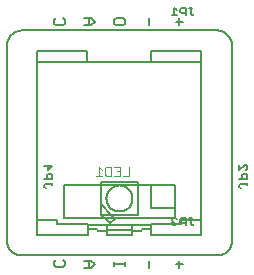
<source format=gbr>
G04 EAGLE Gerber RS-274X export*
G75*
%MOMM*%
%FSLAX34Y34*%
%LPD*%
%INSilkscreen Bottom*%
%IPPOS*%
%AMOC8*
5,1,8,0,0,1.08239X$1,22.5*%
G01*
%ADD10C,0.127000*%
%ADD11C,0.152400*%
%ADD12C,0.076200*%


D10*
X47420Y-3826D02*
X48903Y-5309D01*
X48903Y-8275D01*
X47420Y-9758D01*
X41488Y-9758D01*
X40005Y-8275D01*
X40005Y-5309D01*
X41488Y-3826D01*
X48903Y199161D02*
X47420Y200644D01*
X48903Y199161D02*
X48903Y196195D01*
X47420Y194712D01*
X41488Y194712D01*
X40005Y196195D01*
X40005Y199161D01*
X41488Y200644D01*
X65405Y194712D02*
X71337Y194712D01*
X74303Y197678D01*
X71337Y200644D01*
X65405Y200644D01*
X69854Y200644D02*
X69854Y194712D01*
X71337Y-10393D02*
X65405Y-10393D01*
X71337Y-10393D02*
X74303Y-7427D01*
X71337Y-4461D01*
X65405Y-4461D01*
X69854Y-4461D02*
X69854Y-10393D01*
X90805Y-8833D02*
X90805Y-5868D01*
X90805Y-7351D02*
X99703Y-7351D01*
X99703Y-8833D02*
X99703Y-5868D01*
X99703Y196195D02*
X99703Y199161D01*
X99703Y196195D02*
X98220Y194712D01*
X92288Y194712D01*
X90805Y196195D01*
X90805Y199161D01*
X92288Y200644D01*
X98220Y200644D01*
X99703Y199161D01*
X120654Y200644D02*
X120654Y194712D01*
X120654Y-4461D02*
X120654Y-10393D01*
X146054Y194712D02*
X146054Y200644D01*
X149020Y197678D02*
X143088Y197678D01*
X146054Y-4461D02*
X146054Y-10393D01*
X149020Y-7427D02*
X143088Y-7427D01*
X48300Y31650D02*
X48300Y59730D01*
X48300Y31650D02*
X142080Y31650D01*
X142080Y59730D01*
X48300Y59730D01*
X48300Y59760D01*
X121890Y40170D02*
X142110Y40170D01*
X121890Y40170D02*
X121890Y59670D01*
X122370Y172800D02*
X164490Y172800D01*
X164490Y29940D01*
X164490Y17160D01*
X122250Y17160D01*
X122250Y26160D01*
X68370Y26160D01*
X68370Y17160D01*
X25680Y17160D01*
X25680Y29940D01*
X25680Y163350D01*
X25680Y172860D01*
X68190Y172860D01*
X68190Y163350D01*
X122280Y163350D01*
X122280Y172800D01*
X105780Y26130D02*
X105780Y19260D01*
X105780Y26130D02*
X105750Y26130D01*
X105780Y19080D02*
X105780Y17640D01*
X84690Y17640D01*
X84690Y20970D01*
X84690Y21750D01*
X105660Y21750D01*
X84690Y21750D02*
X84690Y26130D01*
X84720Y26130D01*
X105840Y21000D02*
X113430Y21000D01*
X105840Y21000D02*
X105840Y21030D01*
X113430Y21000D02*
X114300Y22170D01*
X122160Y22170D01*
X84690Y20970D02*
X77070Y20970D01*
X71910Y22140D02*
X68400Y22140D01*
X71940Y22140D02*
X76560Y22140D01*
X76560Y22170D01*
X77070Y20970D01*
X122280Y163350D02*
X164430Y163350D01*
X164430Y163320D01*
X68190Y163350D02*
X25680Y163350D01*
X122280Y26430D02*
X122280Y25290D01*
X122280Y26430D02*
X147600Y26430D01*
X147600Y29940D01*
X164490Y29940D01*
X28620Y29940D02*
X25680Y29940D01*
X28650Y29940D02*
X42780Y29940D01*
X42780Y26460D01*
X68370Y26460D01*
X68370Y26160D01*
D11*
X0Y12700D02*
X0Y177800D01*
X0Y12700D02*
X4Y12393D01*
X15Y12086D01*
X33Y11780D01*
X59Y11474D01*
X93Y11169D01*
X133Y10865D01*
X181Y10562D01*
X237Y10260D01*
X299Y9960D01*
X369Y9661D01*
X446Y9364D01*
X530Y9068D01*
X622Y8775D01*
X720Y8485D01*
X825Y8197D01*
X938Y7911D01*
X1057Y7628D01*
X1183Y7348D01*
X1315Y7071D01*
X1455Y6798D01*
X1601Y6528D01*
X1753Y6262D01*
X1912Y5999D01*
X2077Y5740D01*
X2248Y5486D01*
X2425Y5235D01*
X2609Y4989D01*
X2798Y4747D01*
X2993Y4511D01*
X3194Y4278D01*
X3400Y4051D01*
X3612Y3829D01*
X3829Y3612D01*
X4051Y3400D01*
X4278Y3194D01*
X4511Y2993D01*
X4747Y2798D01*
X4989Y2609D01*
X5235Y2425D01*
X5486Y2248D01*
X5740Y2077D01*
X5999Y1912D01*
X6262Y1753D01*
X6528Y1601D01*
X6798Y1455D01*
X7071Y1315D01*
X7348Y1183D01*
X7628Y1057D01*
X7911Y938D01*
X8197Y825D01*
X8485Y720D01*
X8775Y622D01*
X9068Y530D01*
X9364Y446D01*
X9661Y369D01*
X9960Y299D01*
X10260Y237D01*
X10562Y181D01*
X10865Y133D01*
X11169Y93D01*
X11474Y59D01*
X11780Y33D01*
X12086Y15D01*
X12393Y4D01*
X12700Y0D01*
X177800Y0D01*
X178107Y4D01*
X178414Y15D01*
X178720Y33D01*
X179026Y59D01*
X179331Y93D01*
X179635Y133D01*
X179938Y181D01*
X180240Y237D01*
X180540Y299D01*
X180839Y369D01*
X181136Y446D01*
X181432Y530D01*
X181725Y622D01*
X182015Y720D01*
X182303Y825D01*
X182589Y938D01*
X182872Y1057D01*
X183152Y1183D01*
X183429Y1315D01*
X183702Y1455D01*
X183972Y1601D01*
X184238Y1753D01*
X184501Y1912D01*
X184760Y2077D01*
X185014Y2248D01*
X185265Y2425D01*
X185511Y2609D01*
X185753Y2798D01*
X185989Y2993D01*
X186222Y3194D01*
X186449Y3400D01*
X186671Y3612D01*
X186888Y3829D01*
X187100Y4051D01*
X187306Y4278D01*
X187507Y4511D01*
X187702Y4747D01*
X187891Y4989D01*
X188075Y5235D01*
X188252Y5486D01*
X188423Y5740D01*
X188588Y5999D01*
X188747Y6262D01*
X188899Y6528D01*
X189045Y6798D01*
X189185Y7071D01*
X189317Y7348D01*
X189443Y7628D01*
X189562Y7911D01*
X189675Y8197D01*
X189780Y8485D01*
X189878Y8775D01*
X189970Y9068D01*
X190054Y9364D01*
X190131Y9661D01*
X190201Y9960D01*
X190263Y10260D01*
X190319Y10562D01*
X190367Y10865D01*
X190407Y11169D01*
X190441Y11474D01*
X190467Y11780D01*
X190485Y12086D01*
X190496Y12393D01*
X190500Y12700D01*
X190500Y177800D01*
X190496Y178107D01*
X190485Y178414D01*
X190467Y178720D01*
X190441Y179026D01*
X190407Y179331D01*
X190367Y179635D01*
X190319Y179938D01*
X190263Y180240D01*
X190201Y180540D01*
X190131Y180839D01*
X190054Y181136D01*
X189970Y181432D01*
X189878Y181725D01*
X189780Y182015D01*
X189675Y182303D01*
X189562Y182589D01*
X189443Y182872D01*
X189317Y183152D01*
X189185Y183429D01*
X189045Y183702D01*
X188899Y183972D01*
X188747Y184238D01*
X188588Y184501D01*
X188423Y184760D01*
X188252Y185014D01*
X188075Y185265D01*
X187891Y185511D01*
X187702Y185753D01*
X187507Y185989D01*
X187306Y186222D01*
X187100Y186449D01*
X186888Y186671D01*
X186671Y186888D01*
X186449Y187100D01*
X186222Y187306D01*
X185989Y187507D01*
X185753Y187702D01*
X185511Y187891D01*
X185265Y188075D01*
X185014Y188252D01*
X184760Y188423D01*
X184501Y188588D01*
X184238Y188747D01*
X183972Y188899D01*
X183702Y189045D01*
X183429Y189185D01*
X183152Y189317D01*
X182872Y189443D01*
X182589Y189562D01*
X182303Y189675D01*
X182015Y189780D01*
X181725Y189878D01*
X181432Y189970D01*
X181136Y190054D01*
X180839Y190131D01*
X180540Y190201D01*
X180240Y190263D01*
X179938Y190319D01*
X179635Y190367D01*
X179331Y190407D01*
X179026Y190441D01*
X178720Y190467D01*
X178414Y190485D01*
X178107Y190496D01*
X177800Y190500D01*
X12700Y190500D01*
X12393Y190496D01*
X12086Y190485D01*
X11780Y190467D01*
X11474Y190441D01*
X11169Y190407D01*
X10865Y190367D01*
X10562Y190319D01*
X10260Y190263D01*
X9960Y190201D01*
X9661Y190131D01*
X9364Y190054D01*
X9068Y189970D01*
X8775Y189878D01*
X8485Y189780D01*
X8197Y189675D01*
X7911Y189562D01*
X7628Y189443D01*
X7348Y189317D01*
X7071Y189185D01*
X6798Y189045D01*
X6528Y188899D01*
X6262Y188747D01*
X5999Y188588D01*
X5740Y188423D01*
X5486Y188252D01*
X5235Y188075D01*
X4989Y187891D01*
X4747Y187702D01*
X4511Y187507D01*
X4278Y187306D01*
X4051Y187100D01*
X3829Y186888D01*
X3612Y186671D01*
X3400Y186449D01*
X3194Y186222D01*
X2993Y185989D01*
X2798Y185753D01*
X2609Y185511D01*
X2425Y185265D01*
X2248Y185014D01*
X2077Y184760D01*
X1912Y184501D01*
X1753Y184238D01*
X1601Y183972D01*
X1455Y183702D01*
X1315Y183429D01*
X1183Y183152D01*
X1057Y182872D01*
X938Y182589D01*
X825Y182303D01*
X720Y182015D01*
X622Y181725D01*
X530Y181432D01*
X446Y181136D01*
X369Y180839D01*
X299Y180540D01*
X237Y180240D01*
X181Y179938D01*
X133Y179635D01*
X93Y179331D01*
X59Y179026D01*
X33Y178720D01*
X15Y178414D01*
X4Y178107D01*
X0Y177800D01*
D10*
X79250Y62260D02*
X111250Y62260D01*
X79250Y62260D02*
X79250Y43260D01*
X79250Y34260D01*
X88250Y34260D01*
X111250Y34260D01*
X111250Y62260D01*
X88250Y34260D02*
X79250Y43260D01*
X84250Y48260D02*
X84253Y48530D01*
X84263Y48800D01*
X84280Y49069D01*
X84303Y49338D01*
X84333Y49607D01*
X84369Y49874D01*
X84412Y50141D01*
X84461Y50406D01*
X84517Y50670D01*
X84580Y50933D01*
X84648Y51194D01*
X84724Y51453D01*
X84805Y51710D01*
X84893Y51966D01*
X84987Y52219D01*
X85087Y52470D01*
X85194Y52718D01*
X85306Y52963D01*
X85425Y53206D01*
X85549Y53445D01*
X85679Y53682D01*
X85815Y53915D01*
X85957Y54145D01*
X86104Y54371D01*
X86257Y54594D01*
X86415Y54813D01*
X86578Y55028D01*
X86747Y55238D01*
X86921Y55445D01*
X87100Y55647D01*
X87283Y55845D01*
X87472Y56038D01*
X87665Y56227D01*
X87863Y56410D01*
X88065Y56589D01*
X88272Y56763D01*
X88482Y56932D01*
X88697Y57095D01*
X88916Y57253D01*
X89139Y57406D01*
X89365Y57553D01*
X89595Y57695D01*
X89828Y57831D01*
X90065Y57961D01*
X90304Y58085D01*
X90547Y58204D01*
X90792Y58316D01*
X91040Y58423D01*
X91291Y58523D01*
X91544Y58617D01*
X91800Y58705D01*
X92057Y58786D01*
X92316Y58862D01*
X92577Y58930D01*
X92840Y58993D01*
X93104Y59049D01*
X93369Y59098D01*
X93636Y59141D01*
X93903Y59177D01*
X94172Y59207D01*
X94441Y59230D01*
X94710Y59247D01*
X94980Y59257D01*
X95250Y59260D01*
X95520Y59257D01*
X95790Y59247D01*
X96059Y59230D01*
X96328Y59207D01*
X96597Y59177D01*
X96864Y59141D01*
X97131Y59098D01*
X97396Y59049D01*
X97660Y58993D01*
X97923Y58930D01*
X98184Y58862D01*
X98443Y58786D01*
X98700Y58705D01*
X98956Y58617D01*
X99209Y58523D01*
X99460Y58423D01*
X99708Y58316D01*
X99953Y58204D01*
X100196Y58085D01*
X100435Y57961D01*
X100672Y57831D01*
X100905Y57695D01*
X101135Y57553D01*
X101361Y57406D01*
X101584Y57253D01*
X101803Y57095D01*
X102018Y56932D01*
X102228Y56763D01*
X102435Y56589D01*
X102637Y56410D01*
X102835Y56227D01*
X103028Y56038D01*
X103217Y55845D01*
X103400Y55647D01*
X103579Y55445D01*
X103753Y55238D01*
X103922Y55028D01*
X104085Y54813D01*
X104243Y54594D01*
X104396Y54371D01*
X104543Y54145D01*
X104685Y53915D01*
X104821Y53682D01*
X104951Y53445D01*
X105075Y53206D01*
X105194Y52963D01*
X105306Y52718D01*
X105413Y52470D01*
X105513Y52219D01*
X105607Y51966D01*
X105695Y51710D01*
X105776Y51453D01*
X105852Y51194D01*
X105920Y50933D01*
X105983Y50670D01*
X106039Y50406D01*
X106088Y50141D01*
X106131Y49874D01*
X106167Y49607D01*
X106197Y49338D01*
X106220Y49069D01*
X106237Y48800D01*
X106247Y48530D01*
X106250Y48260D01*
X106247Y47990D01*
X106237Y47720D01*
X106220Y47451D01*
X106197Y47182D01*
X106167Y46913D01*
X106131Y46646D01*
X106088Y46379D01*
X106039Y46114D01*
X105983Y45850D01*
X105920Y45587D01*
X105852Y45326D01*
X105776Y45067D01*
X105695Y44810D01*
X105607Y44554D01*
X105513Y44301D01*
X105413Y44050D01*
X105306Y43802D01*
X105194Y43557D01*
X105075Y43314D01*
X104951Y43075D01*
X104821Y42838D01*
X104685Y42605D01*
X104543Y42375D01*
X104396Y42149D01*
X104243Y41926D01*
X104085Y41707D01*
X103922Y41492D01*
X103753Y41282D01*
X103579Y41075D01*
X103400Y40873D01*
X103217Y40675D01*
X103028Y40482D01*
X102835Y40293D01*
X102637Y40110D01*
X102435Y39931D01*
X102228Y39757D01*
X102018Y39588D01*
X101803Y39425D01*
X101584Y39267D01*
X101361Y39114D01*
X101135Y38967D01*
X100905Y38825D01*
X100672Y38689D01*
X100435Y38559D01*
X100196Y38435D01*
X99953Y38316D01*
X99708Y38204D01*
X99460Y38097D01*
X99209Y37997D01*
X98956Y37903D01*
X98700Y37815D01*
X98443Y37734D01*
X98184Y37658D01*
X97923Y37590D01*
X97660Y37527D01*
X97396Y37471D01*
X97131Y37422D01*
X96864Y37379D01*
X96597Y37343D01*
X96328Y37313D01*
X96059Y37290D01*
X95790Y37273D01*
X95520Y37263D01*
X95250Y37260D01*
X94980Y37263D01*
X94710Y37273D01*
X94441Y37290D01*
X94172Y37313D01*
X93903Y37343D01*
X93636Y37379D01*
X93369Y37422D01*
X93104Y37471D01*
X92840Y37527D01*
X92577Y37590D01*
X92316Y37658D01*
X92057Y37734D01*
X91800Y37815D01*
X91544Y37903D01*
X91291Y37997D01*
X91040Y38097D01*
X90792Y38204D01*
X90547Y38316D01*
X90304Y38435D01*
X90065Y38559D01*
X89828Y38689D01*
X89595Y38825D01*
X89365Y38967D01*
X89139Y39114D01*
X88916Y39267D01*
X88697Y39425D01*
X88482Y39588D01*
X88272Y39757D01*
X88065Y39931D01*
X87863Y40110D01*
X87665Y40293D01*
X87472Y40482D01*
X87283Y40675D01*
X87100Y40873D01*
X86921Y41075D01*
X86747Y41282D01*
X86578Y41492D01*
X86415Y41707D01*
X86257Y41926D01*
X86104Y42149D01*
X85957Y42375D01*
X85815Y42605D01*
X85679Y42838D01*
X85549Y43075D01*
X85425Y43314D01*
X85306Y43557D01*
X85194Y43802D01*
X85087Y44050D01*
X84987Y44301D01*
X84893Y44554D01*
X84805Y44810D01*
X84724Y45067D01*
X84648Y45326D01*
X84580Y45587D01*
X84517Y45850D01*
X84461Y46114D01*
X84412Y46379D01*
X84369Y46646D01*
X84333Y46913D01*
X84303Y47182D01*
X84280Y47451D01*
X84263Y47720D01*
X84253Y47990D01*
X84250Y48260D01*
X88250Y34260D02*
X91250Y31260D01*
X87250Y27260D01*
X79250Y34260D01*
D12*
X102931Y67588D02*
X102931Y74960D01*
X102931Y67588D02*
X98016Y67588D01*
X95446Y74960D02*
X90532Y74960D01*
X95446Y74960D02*
X95446Y67588D01*
X90532Y67588D01*
X92989Y71274D02*
X95446Y71274D01*
X87962Y74960D02*
X87962Y67588D01*
X84276Y67588D01*
X83047Y68817D01*
X83047Y73732D01*
X84276Y74960D01*
X87962Y74960D01*
X80478Y72503D02*
X78021Y74960D01*
X78021Y67588D01*
X80478Y67588D02*
X75563Y67588D01*
D11*
X157648Y25400D02*
X158750Y26502D01*
X157648Y25400D02*
X156547Y25400D01*
X155445Y26502D01*
X155445Y32010D01*
X154344Y32010D02*
X156547Y32010D01*
X151266Y32010D02*
X151266Y25400D01*
X151266Y32010D02*
X147961Y32010D01*
X146859Y30908D01*
X146859Y28705D01*
X147961Y27603D01*
X151266Y27603D01*
X143782Y30908D02*
X142680Y32010D01*
X140477Y32010D01*
X139375Y30908D01*
X139375Y29806D01*
X140477Y28705D01*
X141579Y28705D01*
X140477Y28705D02*
X139375Y27603D01*
X139375Y26502D01*
X140477Y25400D01*
X142680Y25400D01*
X143782Y26502D01*
X157648Y203200D02*
X158750Y204302D01*
X157648Y203200D02*
X156547Y203200D01*
X155445Y204302D01*
X155445Y209810D01*
X154344Y209810D02*
X156547Y209810D01*
X151266Y209810D02*
X151266Y203200D01*
X151266Y209810D02*
X147961Y209810D01*
X146859Y208708D01*
X146859Y206505D01*
X147961Y205403D01*
X151266Y205403D01*
X143782Y207606D02*
X141579Y209810D01*
X141579Y203200D01*
X143782Y203200D02*
X139375Y203200D01*
X196850Y58252D02*
X197952Y57150D01*
X196850Y58252D02*
X196850Y59353D01*
X197952Y60455D01*
X203460Y60455D01*
X203460Y61556D02*
X203460Y59353D01*
X203460Y64634D02*
X196850Y64634D01*
X203460Y64634D02*
X203460Y67939D01*
X202358Y69041D01*
X200155Y69041D01*
X199053Y67939D01*
X199053Y64634D01*
X196850Y72118D02*
X196850Y76525D01*
X201256Y76525D02*
X196850Y72118D01*
X201256Y76525D02*
X202358Y76525D01*
X203460Y75423D01*
X203460Y73220D01*
X202358Y72118D01*
X32852Y57150D02*
X31750Y58252D01*
X31750Y59353D01*
X32852Y60455D01*
X38360Y60455D01*
X38360Y61556D02*
X38360Y59353D01*
X38360Y64634D02*
X31750Y64634D01*
X38360Y64634D02*
X38360Y67939D01*
X37258Y69041D01*
X35055Y69041D01*
X33953Y67939D01*
X33953Y64634D01*
X31750Y75423D02*
X38360Y75423D01*
X35055Y72118D01*
X35055Y76525D01*
M02*

</source>
